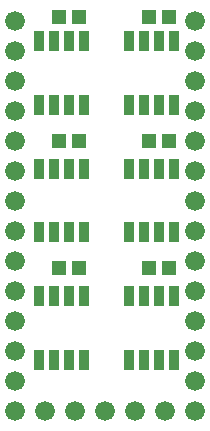
<source format=gbr>
G04 DipTrace 3.3.1.1*
G04 BottomMask.gbr*
%MOIN*%
G04 #@! TF.FileFunction,Soldermask,Bot*
G04 #@! TF.Part,Single*
%ADD31C,0.065874*%
%ADD37R,0.033465X0.066929*%
%ADD39R,0.051181X0.047244*%
%FSLAX26Y26*%
G04*
G70*
G90*
G75*
G01*
G04 BotMask*
%LPD*%
D39*
X206251Y1356249D3*
X273180D3*
X206251Y518751D3*
X273180D3*
X206251Y943751D3*
X273180D3*
X506251Y1356249D3*
X573180D3*
X506251Y943751D3*
X573180D3*
X506251Y518751D3*
X573180D3*
D37*
X137500Y1275000D3*
X187500D3*
X237500D3*
X287500D3*
Y1062402D3*
X237500D3*
X187500D3*
X137500D3*
X437500Y1275000D3*
X487500D3*
X537500D3*
X587500D3*
Y1062402D3*
X537500D3*
X487500D3*
X437500D3*
X137500Y850000D3*
X187500D3*
X237500D3*
X287500D3*
Y637402D3*
X237500D3*
X187500D3*
X137500D3*
X437500Y850000D3*
X487500D3*
X537500D3*
X587500D3*
Y637402D3*
X537500D3*
X487500D3*
X437500D3*
X137500Y425000D3*
X187500D3*
X237500D3*
X287500D3*
Y212402D3*
X237500D3*
X187500D3*
X137500D3*
X437500Y425000D3*
X487500D3*
X537500D3*
X587500D3*
Y212402D3*
X537500D3*
X487500D3*
X437500D3*
D31*
X58268Y1342913D3*
Y1242913D3*
Y1142913D3*
Y1042913D3*
Y942913D3*
Y842913D3*
Y742913D3*
Y642913D3*
Y542913D3*
Y442913D3*
Y342913D3*
Y242913D3*
Y142913D3*
Y42913D3*
X158268D3*
X258268D3*
X358268D3*
X458268D3*
X558268D3*
X658268D3*
Y142913D3*
Y242913D3*
Y342913D3*
Y442913D3*
Y542913D3*
Y642913D3*
Y742913D3*
Y842913D3*
Y942913D3*
Y1042913D3*
Y1142913D3*
Y1242913D3*
Y1342913D3*
M02*

</source>
